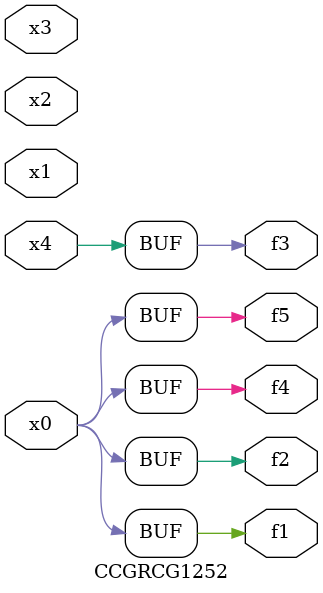
<source format=v>
module CCGRCG1252(
	input x0, x1, x2, x3, x4,
	output f1, f2, f3, f4, f5
);
	assign f1 = x0;
	assign f2 = x0;
	assign f3 = x4;
	assign f4 = x0;
	assign f5 = x0;
endmodule

</source>
